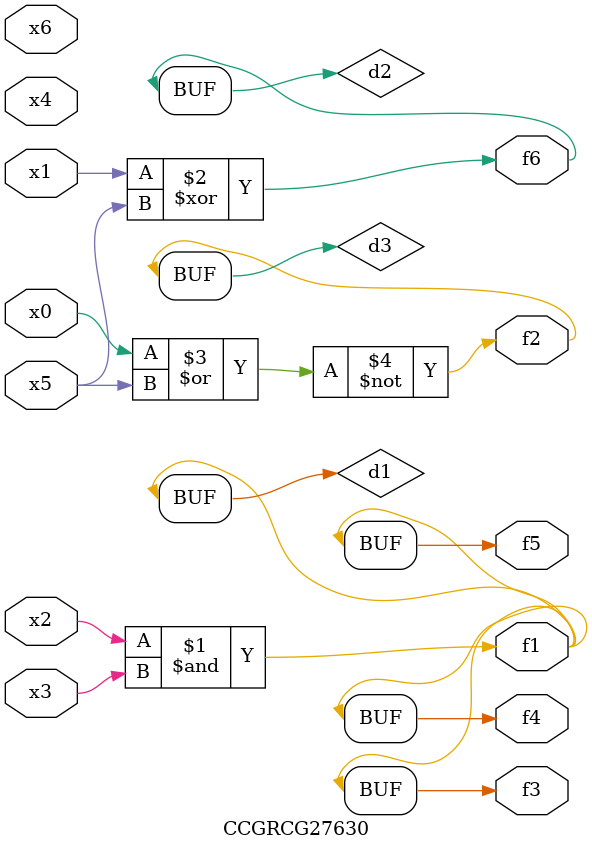
<source format=v>
module CCGRCG27630(
	input x0, x1, x2, x3, x4, x5, x6,
	output f1, f2, f3, f4, f5, f6
);

	wire d1, d2, d3;

	and (d1, x2, x3);
	xor (d2, x1, x5);
	nor (d3, x0, x5);
	assign f1 = d1;
	assign f2 = d3;
	assign f3 = d1;
	assign f4 = d1;
	assign f5 = d1;
	assign f6 = d2;
endmodule

</source>
